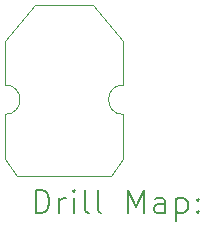
<source format=gbr>
%TF.GenerationSoftware,KiCad,Pcbnew,8.0.4*%
%TF.CreationDate,2024-08-04T10:49:13-05:00*%
%TF.ProjectId,DRV5055A4_Test_Board_V0.1,44525635-3035-4354-9134-5f546573745f,rev?*%
%TF.SameCoordinates,Original*%
%TF.FileFunction,Drillmap*%
%TF.FilePolarity,Positive*%
%FSLAX45Y45*%
G04 Gerber Fmt 4.5, Leading zero omitted, Abs format (unit mm)*
G04 Created by KiCad (PCBNEW 8.0.4) date 2024-08-04 10:49:13*
%MOMM*%
%LPD*%
G01*
G04 APERTURE LIST*
%ADD10C,0.050000*%
%ADD11C,0.200000*%
G04 APERTURE END LIST*
D10*
X2850000Y-2812500D02*
X2850000Y-3187500D01*
X1950000Y-3337500D02*
X2750000Y-3337500D01*
X1850000Y-2187500D02*
X2100000Y-1887500D01*
X1850000Y-2562500D02*
X1850000Y-2187500D01*
X2100000Y-1887500D02*
X2590000Y-1887500D01*
X1950000Y-3337500D02*
X1850000Y-3187500D01*
X2850000Y-2187500D02*
X2850000Y-2562500D01*
X2850000Y-2812500D02*
G75*
G02*
X2850000Y-2562500I0J125000D01*
G01*
X2850000Y-3187500D02*
X2750000Y-3337500D01*
X1850000Y-2562500D02*
G75*
G02*
X1850000Y-2812500I0J-125000D01*
G01*
X2590000Y-1887500D02*
X2850000Y-2187500D01*
X1850000Y-3187500D02*
X1850000Y-2812500D01*
D11*
X2108277Y-3651484D02*
X2108277Y-3451484D01*
X2108277Y-3451484D02*
X2155896Y-3451484D01*
X2155896Y-3451484D02*
X2184467Y-3461008D01*
X2184467Y-3461008D02*
X2203515Y-3480055D01*
X2203515Y-3480055D02*
X2213039Y-3499103D01*
X2213039Y-3499103D02*
X2222563Y-3537198D01*
X2222563Y-3537198D02*
X2222563Y-3565769D01*
X2222563Y-3565769D02*
X2213039Y-3603865D01*
X2213039Y-3603865D02*
X2203515Y-3622912D01*
X2203515Y-3622912D02*
X2184467Y-3641960D01*
X2184467Y-3641960D02*
X2155896Y-3651484D01*
X2155896Y-3651484D02*
X2108277Y-3651484D01*
X2308277Y-3651484D02*
X2308277Y-3518150D01*
X2308277Y-3556246D02*
X2317801Y-3537198D01*
X2317801Y-3537198D02*
X2327324Y-3527674D01*
X2327324Y-3527674D02*
X2346372Y-3518150D01*
X2346372Y-3518150D02*
X2365420Y-3518150D01*
X2432086Y-3651484D02*
X2432086Y-3518150D01*
X2432086Y-3451484D02*
X2422563Y-3461008D01*
X2422563Y-3461008D02*
X2432086Y-3470531D01*
X2432086Y-3470531D02*
X2441610Y-3461008D01*
X2441610Y-3461008D02*
X2432086Y-3451484D01*
X2432086Y-3451484D02*
X2432086Y-3470531D01*
X2555896Y-3651484D02*
X2536848Y-3641960D01*
X2536848Y-3641960D02*
X2527324Y-3622912D01*
X2527324Y-3622912D02*
X2527324Y-3451484D01*
X2660658Y-3651484D02*
X2641610Y-3641960D01*
X2641610Y-3641960D02*
X2632086Y-3622912D01*
X2632086Y-3622912D02*
X2632086Y-3451484D01*
X2889229Y-3651484D02*
X2889229Y-3451484D01*
X2889229Y-3451484D02*
X2955896Y-3594341D01*
X2955896Y-3594341D02*
X3022562Y-3451484D01*
X3022562Y-3451484D02*
X3022562Y-3651484D01*
X3203515Y-3651484D02*
X3203515Y-3546722D01*
X3203515Y-3546722D02*
X3193991Y-3527674D01*
X3193991Y-3527674D02*
X3174943Y-3518150D01*
X3174943Y-3518150D02*
X3136848Y-3518150D01*
X3136848Y-3518150D02*
X3117801Y-3527674D01*
X3203515Y-3641960D02*
X3184467Y-3651484D01*
X3184467Y-3651484D02*
X3136848Y-3651484D01*
X3136848Y-3651484D02*
X3117801Y-3641960D01*
X3117801Y-3641960D02*
X3108277Y-3622912D01*
X3108277Y-3622912D02*
X3108277Y-3603865D01*
X3108277Y-3603865D02*
X3117801Y-3584817D01*
X3117801Y-3584817D02*
X3136848Y-3575293D01*
X3136848Y-3575293D02*
X3184467Y-3575293D01*
X3184467Y-3575293D02*
X3203515Y-3565769D01*
X3298753Y-3518150D02*
X3298753Y-3718150D01*
X3298753Y-3527674D02*
X3317801Y-3518150D01*
X3317801Y-3518150D02*
X3355896Y-3518150D01*
X3355896Y-3518150D02*
X3374943Y-3527674D01*
X3374943Y-3527674D02*
X3384467Y-3537198D01*
X3384467Y-3537198D02*
X3393991Y-3556246D01*
X3393991Y-3556246D02*
X3393991Y-3613388D01*
X3393991Y-3613388D02*
X3384467Y-3632436D01*
X3384467Y-3632436D02*
X3374943Y-3641960D01*
X3374943Y-3641960D02*
X3355896Y-3651484D01*
X3355896Y-3651484D02*
X3317801Y-3651484D01*
X3317801Y-3651484D02*
X3298753Y-3641960D01*
X3479705Y-3632436D02*
X3489229Y-3641960D01*
X3489229Y-3641960D02*
X3479705Y-3651484D01*
X3479705Y-3651484D02*
X3470182Y-3641960D01*
X3470182Y-3641960D02*
X3479705Y-3632436D01*
X3479705Y-3632436D02*
X3479705Y-3651484D01*
X3479705Y-3527674D02*
X3489229Y-3537198D01*
X3489229Y-3537198D02*
X3479705Y-3546722D01*
X3479705Y-3546722D02*
X3470182Y-3537198D01*
X3470182Y-3537198D02*
X3479705Y-3527674D01*
X3479705Y-3527674D02*
X3479705Y-3546722D01*
M02*

</source>
